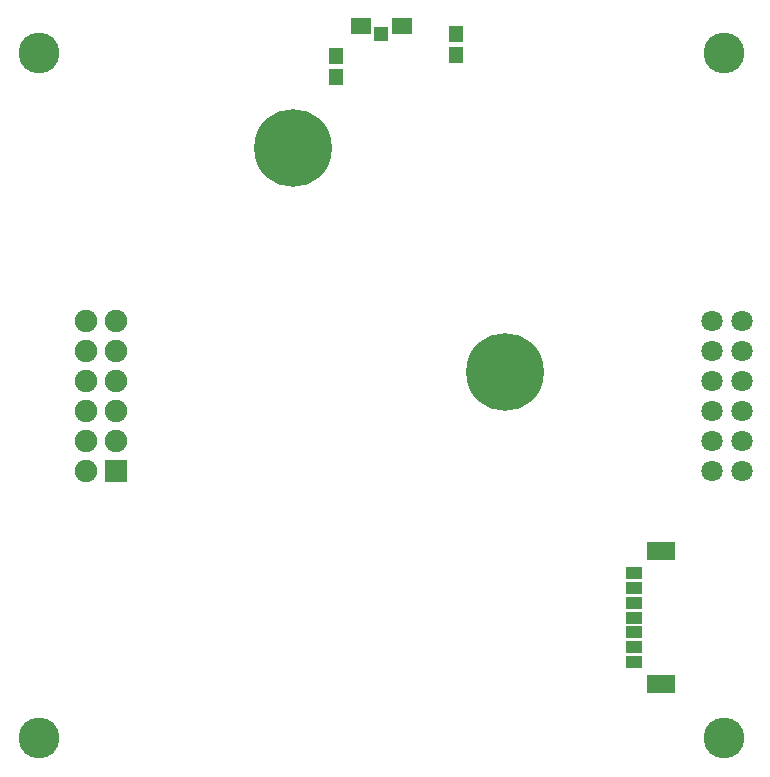
<source format=gbr>
G04 DesignSpark PCB PRO Gerber Version 10.0 Build 5299*
G04 #@! TF.Part,Single*
G04 #@! TF.FileFunction,Soldermask,Top*
G04 #@! TF.FilePolarity,Negative*
%FSLAX35Y35*%
%MOIN*%
G04 #@! TA.AperFunction,SMDPad,CuDef*
%ADD91R,0.04937X0.05291*%
%ADD153R,0.04543X0.04543*%
G04 #@! TA.AperFunction,ComponentPad*
%ADD150R,0.07496X0.07496*%
%ADD87C,0.07102*%
%ADD151C,0.07496*%
G04 #@! TA.AperFunction,SMDPad,CuDef*
%ADD139R,0.05724X0.04150*%
%ADD152R,0.06906X0.05331*%
G04 #@! TA.AperFunction,WasherPad*
%ADD86C,0.13598*%
G04 #@! TA.AperFunction,SMDPad,CuDef*
%ADD140R,0.09465X0.06118*%
G04 #@! TA.AperFunction,ComponentPad*
%ADD141C,0.25921*%
G04 #@! TD.AperFunction*
X0Y0D02*
D02*
D86*
X27953Y24016D03*
Y252362D03*
X256299Y24016D03*
Y252362D03*
D02*
D87*
X252205Y113189D03*
Y123189D03*
Y133189D03*
Y143189D03*
Y153189D03*
Y163189D03*
X262205Y113189D03*
Y123189D03*
Y133189D03*
Y143189D03*
Y153189D03*
Y163189D03*
D02*
D91*
X127165Y244531D03*
Y251531D03*
X166929Y251618D03*
Y258618D03*
D02*
D139*
X226378Y49409D03*
Y54331D03*
Y59252D03*
Y64173D03*
Y69094D03*
Y74016D03*
Y78937D03*
D02*
D140*
X235413Y41929D03*
Y86417D03*
D02*
D141*
X112598Y220866D03*
X183465Y146063D03*
D02*
D150*
X53543Y113189D03*
D02*
D151*
X43543D03*
Y123189D03*
Y133189D03*
Y143189D03*
Y153189D03*
Y163189D03*
X53543Y123189D03*
Y133189D03*
Y143189D03*
Y153189D03*
Y163189D03*
D02*
D152*
X135236Y261220D03*
X149016D03*
D02*
D153*
X142126Y258661D03*
X0Y0D02*
M02*

</source>
